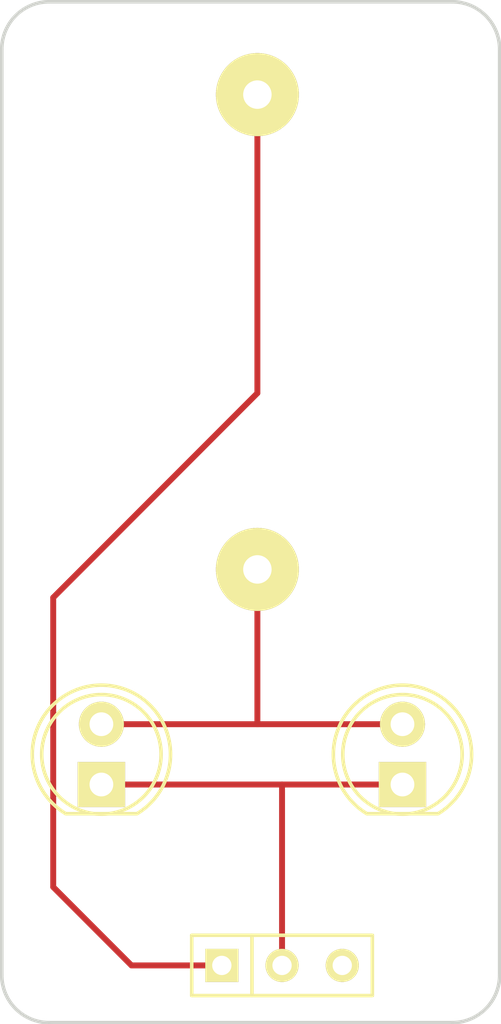
<source format=kicad_pcb>
(kicad_pcb (version 20171130) (host pcbnew "(5.1.12)-1")

  (general
    (thickness 1.6)
    (drawings 14)
    (tracks 13)
    (zones 0)
    (modules 5)
    (nets 1)
  )

  (page A4)
  (layers
    (0 F.Cu signal)
    (31 B.Cu signal)
    (32 B.Adhes user hide)
    (33 F.Adhes user hide)
    (34 B.Paste user hide)
    (35 F.Paste user hide)
    (36 B.SilkS user hide)
    (37 F.SilkS user hide)
    (38 B.Mask user hide)
    (39 F.Mask user hide)
    (40 Dwgs.User user hide)
    (41 Cmts.User user hide)
    (42 Eco1.User user hide)
    (43 Eco2.User user hide)
    (44 Edge.Cuts user)
    (45 Margin user hide)
    (46 B.CrtYd user hide)
    (47 F.CrtYd user hide)
    (48 B.Fab user hide)
    (49 F.Fab user hide)
  )

  (setup
    (last_trace_width 0.25)
    (trace_clearance 0.2)
    (zone_clearance 0.508)
    (zone_45_only no)
    (trace_min 0.2)
    (via_size 0.6)
    (via_drill 0.4)
    (via_min_size 0.4)
    (via_min_drill 0.3)
    (uvia_size 0.3)
    (uvia_drill 0.1)
    (uvias_allowed no)
    (uvia_min_size 0.2)
    (uvia_min_drill 0.1)
    (edge_width 0.15)
    (segment_width 0.2)
    (pcb_text_width 0.3)
    (pcb_text_size 1.5 1.5)
    (mod_edge_width 0.15)
    (mod_text_size 1 1)
    (mod_text_width 0.15)
    (pad_size 1.524 1.524)
    (pad_drill 0.762)
    (pad_to_mask_clearance 0.2)
    (aux_axis_origin 0 0)
    (grid_origin 93.218 85.09)
    (visible_elements 7FFFFFFF)
    (pcbplotparams
      (layerselection 0x010f0_80000001)
      (usegerberextensions false)
      (usegerberattributes true)
      (usegerberadvancedattributes true)
      (creategerberjobfile true)
      (excludeedgelayer true)
      (linewidth 0.150000)
      (plotframeref false)
      (viasonmask false)
      (mode 1)
      (useauxorigin false)
      (hpglpennumber 1)
      (hpglpenspeed 20)
      (hpglpendiameter 15.000000)
      (psnegative false)
      (psa4output false)
      (plotreference true)
      (plotvalue true)
      (plotinvisibletext false)
      (padsonsilk false)
      (subtractmaskfromsilk false)
      (outputformat 1)
      (mirror false)
      (drillshape 0)
      (scaleselection 1)
      (outputdirectory ""))
  )

  (net 0 "")

  (net_class Default "This is the default net class."
    (clearance 0.2)
    (trace_width 0.25)
    (via_dia 0.6)
    (via_drill 0.4)
    (uvia_dia 0.3)
    (uvia_drill 0.1)
  )

  (module Buttons_Switches_ThroughHole:SW_Micro_SPST (layer F.Cu) (tedit 57014A92) (tstamp 57013BCC)
    (at 66.04 106.68)
    (tags "Switch Micro SPST")
    (fp_text reference REF** (at 0 -2.54) (layer F.SilkS) hide
      (effects (font (size 1 1) (thickness 0.15)))
    )
    (fp_text value SW_Micro_SPST (at 0.025 2.45) (layer F.Fab) hide
      (effects (font (size 1 1) (thickness 0.15)))
    )
    (fp_line (start -1.27 -1.27) (end -1.27 1.27) (layer F.SilkS) (width 0.15))
    (fp_line (start 3.81 1.27) (end -3.81 1.27) (layer F.SilkS) (width 0.15))
    (fp_line (start 3.81 -1.27) (end 3.81 1.27) (layer F.SilkS) (width 0.15))
    (fp_line (start -3.81 -1.27) (end 3.81 -1.27) (layer F.SilkS) (width 0.15))
    (fp_line (start -3.81 1.27) (end -3.81 -1.27) (layer F.SilkS) (width 0.15))
    (pad 1 thru_hole rect (at -2.54 0) (size 1.397 1.397) (drill 0.8128) (layers *.Cu *.Mask F.SilkS))
    (pad 2 thru_hole circle (at 0 0) (size 1.397 1.397) (drill 0.8128) (layers *.Cu *.Mask F.SilkS))
    (pad 3 thru_hole circle (at 2.54 0) (size 1.397 1.397) (drill 0.8128) (layers *.Cu *.Mask F.SilkS))
    (model Buttons_Switches_ThroughHole.3dshapes/SW_Micro_SPST.wrl
      (at (xyz 0 0 0))
      (scale (xyz 0.33 0.33 0.33))
      (rotate (xyz 0 0 0))
    )
  )

  (module LEDs:LED-5MM (layer F.Cu) (tedit 57014A9D) (tstamp 57013D01)
    (at 58.42 99.06 90)
    (descr "LED 5mm round vertical")
    (tags "LED 5mm round vertical")
    (fp_text reference REF** (at 1.524 4.064 90) (layer F.SilkS) hide
      (effects (font (size 1 1) (thickness 0.15)))
    )
    (fp_text value LED-5MM (at 1.524 -3.937 90) (layer F.Fab) hide
      (effects (font (size 1 1) (thickness 0.15)))
    )
    (fp_circle (center 1.27 0) (end 0.97 -2.5) (layer F.SilkS) (width 0.15))
    (fp_line (start -1.23 1.5) (end -1.23 -1.5) (layer F.SilkS) (width 0.15))
    (fp_line (start -1.5 -1.55) (end -1.5 1.55) (layer F.CrtYd) (width 0.05))
    (fp_arc (start 1.3 0) (end -1.5 1.55) (angle -302) (layer F.CrtYd) (width 0.05))
    (fp_arc (start 1.27 0) (end -1.23 -1.5) (angle 297.5) (layer F.SilkS) (width 0.15))
    (fp_text user K (at -1.905 1.905 90) (layer F.SilkS) hide
      (effects (font (size 1 1) (thickness 0.15)))
    )
    (pad 1 thru_hole rect (at 0 0 180) (size 2 1.9) (drill 1.00076) (layers *.Cu *.Mask F.SilkS))
    (pad 2 thru_hole circle (at 2.54 0 90) (size 1.9 1.9) (drill 1.00076) (layers *.Cu *.Mask F.SilkS))
    (model LEDs.3dshapes/LED-5MM.wrl
      (offset (xyz 1.269999980926514 0 0))
      (scale (xyz 1 1 1))
      (rotate (xyz 0 0 90))
    )
  )

  (module LEDs:LED-5MM (layer F.Cu) (tedit 57014AA0) (tstamp 57013D0D)
    (at 71.12 99.06 90)
    (descr "LED 5mm round vertical")
    (tags "LED 5mm round vertical")
    (fp_text reference REF** (at 1.524 4.064 90) (layer F.SilkS) hide
      (effects (font (size 1 1) (thickness 0.15)))
    )
    (fp_text value LED-5MM (at 1.524 -3.937 90) (layer F.Fab) hide
      (effects (font (size 1 1) (thickness 0.15)))
    )
    (fp_circle (center 1.27 0) (end 0.97 -2.5) (layer F.SilkS) (width 0.15))
    (fp_line (start -1.23 1.5) (end -1.23 -1.5) (layer F.SilkS) (width 0.15))
    (fp_line (start -1.5 -1.55) (end -1.5 1.55) (layer F.CrtYd) (width 0.05))
    (fp_arc (start 1.3 0) (end -1.5 1.55) (angle -302) (layer F.CrtYd) (width 0.05))
    (fp_arc (start 1.27 0) (end -1.23 -1.5) (angle 297.5) (layer F.SilkS) (width 0.15))
    (fp_text user K (at -1.905 1.905 90) (layer F.SilkS) hide
      (effects (font (size 1 1) (thickness 0.15)))
    )
    (pad 1 thru_hole rect (at 0 0 180) (size 2 1.9) (drill 1.00076) (layers *.Cu *.Mask F.SilkS))
    (pad 2 thru_hole circle (at 2.54 0 90) (size 1.9 1.9) (drill 1.00076) (layers *.Cu *.Mask F.SilkS))
    (model LEDs.3dshapes/LED-5MM.wrl
      (offset (xyz 1.269999980926514 0 0))
      (scale (xyz 1 1 1))
      (rotate (xyz 0 0 90))
    )
  )

  (module Wire_Pads:SolderWirePad_single_1-2mmDrill (layer F.Cu) (tedit 57014A79) (tstamp 570146C1)
    (at 65 90)
    (fp_text reference REF** (at 0 -3.81) (layer F.SilkS) hide
      (effects (font (size 1 1) (thickness 0.15)))
    )
    (fp_text value + (at -1.905 3.175) (layer F.Fab) hide
      (effects (font (size 1 1) (thickness 0.15)))
    )
    (pad 1 thru_hole circle (at 0 0) (size 3.50012 3.50012) (drill 1.19888) (layers *.Cu *.Mask F.SilkS))
  )

  (module Wire_Pads:SolderWirePad_single_1-2mmDrill (layer F.Cu) (tedit 57014A76) (tstamp 570146C6)
    (at 65 70)
    (fp_text reference REF** (at 0 -3.81) (layer F.SilkS) hide
      (effects (font (size 1 1) (thickness 0.15)))
    )
    (fp_text value - (at -1.905 3.175) (layer F.Fab) hide
      (effects (font (size 1 1) (thickness 0.15)))
    )
    (pad 1 thru_hole circle (at 0 0) (size 3.50012 3.50012) (drill 1.19888) (layers *.Cu *.Mask F.SilkS))
  )

  (dimension 20 (width 0.3) (layer Cmts.User)
    (gr_text "20.000 mm" (at 49.868 80.09 270) (layer Cmts.User)
      (effects (font (size 1.5 1.5) (thickness 0.3)))
    )
    (feature1 (pts (xy 61.218 90.09) (xy 48.518 90.09)))
    (feature2 (pts (xy 61.218 70.09) (xy 48.518 70.09)))
    (crossbar (pts (xy 51.218 70.09) (xy 51.218 90.09)))
    (arrow1a (pts (xy 51.218 90.09) (xy 50.631579 88.963496)))
    (arrow1b (pts (xy 51.218 90.09) (xy 51.804421 88.963496)))
    (arrow2a (pts (xy 51.218 70.09) (xy 50.631579 71.216504)))
    (arrow2b (pts (xy 51.218 70.09) (xy 51.804421 71.216504)))
  )
  (gr_text "AWDB\n2016" (at 87.218 79.09) (layer B.SilkS)
    (effects (font (size 1.5 1.5) (thickness 0.3)) (justify mirror))
  )
  (gr_line (start 75.218 107.09) (end 75.218 101.09) (angle 90) (layer Edge.Cuts) (width 0.15))
  (gr_line (start 75.218 68.09) (end 75.218 101.09) (angle 90) (layer Edge.Cuts) (width 0.15))
  (gr_line (start 56.218 109.09) (end 73.218 109.09) (angle 90) (layer Edge.Cuts) (width 0.15))
  (gr_line (start 54.218 68.09) (end 54.218 107.09) (angle 90) (layer Edge.Cuts) (width 0.15))
  (gr_arc (start 56.218 107.09) (end 56.218 109.09) (angle 90) (layer Edge.Cuts) (width 0.15))
  (gr_arc (start 73.218 107.09) (end 75.218 107.09) (angle 90) (layer Edge.Cuts) (width 0.15))
  (gr_arc (start 73.218 68.09) (end 73.218 66.09) (angle 90) (layer Edge.Cuts) (width 0.15))
  (dimension 43 (width 0.3) (layer Cmts.User)
    (gr_text "43.000 mm" (at 75.718 121.44) (layer Cmts.User)
      (effects (font (size 1.5 1.5) (thickness 0.3)))
    )
    (feature1 (pts (xy 54.218 111.09) (xy 54.218 122.79)))
    (feature2 (pts (xy 97.218 111.09) (xy 97.218 122.79)))
    (crossbar (pts (xy 97.218 120.09) (xy 54.218 120.09)))
    (arrow1a (pts (xy 54.218 120.09) (xy 55.344504 119.503579)))
    (arrow1b (pts (xy 54.218 120.09) (xy 55.344504 120.676421)))
    (arrow2a (pts (xy 97.218 120.09) (xy 96.091496 119.503579)))
    (arrow2b (pts (xy 97.218 120.09) (xy 96.091496 120.676421)))
  )
  (gr_line (start 73.218 66.09) (end 56.218 66.09) (angle 90) (layer Edge.Cuts) (width 0.15))
  (gr_arc (start 56.218 68.09) (end 54.218 68.09) (angle 90) (layer Edge.Cuts) (width 0.15))
  (dimension 21 (width 0.3) (layer Cmts.User)
    (gr_text "21.000 mm" (at 86.718 61.74) (layer Cmts.User)
      (effects (font (size 1.5 1.5) (thickness 0.3)))
    )
    (feature1 (pts (xy 76.218 111.09) (xy 76.218 60.39)))
    (feature2 (pts (xy 97.218 111.09) (xy 97.218 60.39)))
    (crossbar (pts (xy 97.218 63.09) (xy 76.218 63.09)))
    (arrow1a (pts (xy 76.218 63.09) (xy 77.344504 62.503579)))
    (arrow1b (pts (xy 76.218 63.09) (xy 77.344504 63.676421)))
    (arrow2a (pts (xy 97.218 63.09) (xy 96.091496 62.503579)))
    (arrow2b (pts (xy 97.218 63.09) (xy 96.091496 63.676421)))
  )
  (dimension 43 (width 0.3) (layer Cmts.User)
    (gr_text "43.000 mm" (at 104.568 87.59 90) (layer Cmts.User)
      (effects (font (size 1.5 1.5) (thickness 0.3)))
    )
    (feature1 (pts (xy 77.218 66.09) (xy 105.918 66.09)))
    (feature2 (pts (xy 77.218 109.09) (xy 105.918 109.09)))
    (crossbar (pts (xy 103.218 109.09) (xy 103.218 66.09)))
    (arrow1a (pts (xy 103.218 66.09) (xy 103.804421 67.216504)))
    (arrow1b (pts (xy 103.218 66.09) (xy 102.631579 67.216504)))
    (arrow2a (pts (xy 103.218 109.09) (xy 103.804421 107.963496)))
    (arrow2b (pts (xy 103.218 109.09) (xy 102.631579 107.963496)))
  )

  (segment (start 65 70) (end 65 82.574) (width 0.25) (layer F.Cu) (net 0))
  (segment (start 59.69 106.68) (end 63.5 106.68) (width 0.25) (layer F.Cu) (net 0) (tstamp 5701470C))
  (segment (start 56.388 103.378) (end 59.69 106.68) (width 0.25) (layer F.Cu) (net 0) (tstamp 5701470A))
  (segment (start 56.388 91.186) (end 56.388 103.378) (width 0.25) (layer F.Cu) (net 0) (tstamp 57014708))
  (segment (start 65 82.574) (end 56.388 91.186) (width 0.25) (layer F.Cu) (net 0) (tstamp 57014706))
  (segment (start 66.04 106.68) (end 66.04 99.06) (width 0.25) (layer F.Cu) (net 0))
  (segment (start 58.42 99.06) (end 66.04 99.06) (width 0.25) (layer F.Cu) (net 0))
  (segment (start 66.04 99.06) (end 71.12 99.06) (width 0.25) (layer F.Cu) (net 0) (tstamp 57014704))
  (segment (start 65 90) (end 65 96.496) (width 0.25) (layer F.Cu) (net 0))
  (segment (start 65 96.496) (end 64.976 96.52) (width 0.25) (layer F.Cu) (net 0) (tstamp 570146FC))
  (segment (start 64.976 96.52) (end 58.42 96.52) (width 0.25) (layer F.Cu) (net 0) (tstamp 570146FD))
  (segment (start 65.024 96.52) (end 71.12 96.52) (width 0.25) (layer F.Cu) (net 0) (tstamp 570146F9))
  (segment (start 65 96.496) (end 65.024 96.52) (width 0.25) (layer F.Cu) (net 0) (tstamp 570146F8))

)

</source>
